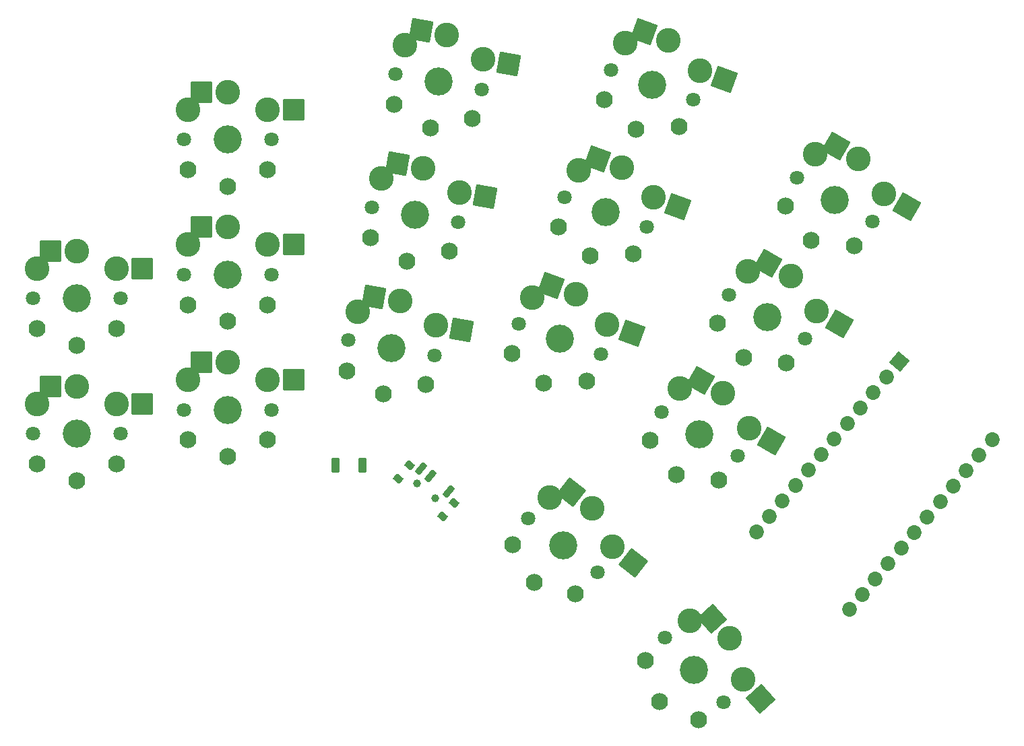
<source format=gbr>
%TF.GenerationSoftware,KiCad,Pcbnew,(6.0.5)*%
%TF.CreationDate,2022-05-06T01:30:31+03:00*%
%TF.ProjectId,main,6d61696e-2e6b-4696-9361-645f70636258,v1.0.0*%
%TF.SameCoordinates,Original*%
%TF.FileFunction,Soldermask,Bot*%
%TF.FilePolarity,Negative*%
%FSLAX46Y46*%
G04 Gerber Fmt 4.6, Leading zero omitted, Abs format (unit mm)*
G04 Created by KiCad (PCBNEW (6.0.5)) date 2022-05-06 01:30:31*
%MOMM*%
%LPD*%
G01*
G04 APERTURE LIST*
G04 Aperture macros list*
%AMRoundRect*
0 Rectangle with rounded corners*
0 $1 Rounding radius*
0 $2 $3 $4 $5 $6 $7 $8 $9 X,Y pos of 4 corners*
0 Add a 4 corners polygon primitive as box body*
4,1,4,$2,$3,$4,$5,$6,$7,$8,$9,$2,$3,0*
0 Add four circle primitives for the rounded corners*
1,1,$1+$1,$2,$3*
1,1,$1+$1,$4,$5*
1,1,$1+$1,$6,$7*
1,1,$1+$1,$8,$9*
0 Add four rect primitives between the rounded corners*
20,1,$1+$1,$2,$3,$4,$5,0*
20,1,$1+$1,$4,$5,$6,$7,0*
20,1,$1+$1,$6,$7,$8,$9,0*
20,1,$1+$1,$8,$9,$2,$3,0*%
G04 Aperture macros list end*
%ADD10C,3.529000*%
%ADD11C,1.801800*%
%ADD12C,3.100000*%
%ADD13RoundRect,0.050000X-1.300000X-1.300000X1.300000X-1.300000X1.300000X1.300000X-1.300000X1.300000X0*%
%ADD14C,2.132000*%
%ADD15RoundRect,0.050000X-1.505993X-1.054507X1.054507X-1.505993X1.505993X1.054507X-1.054507X1.505993X0*%
%ADD16RoundRect,0.050000X-1.666227X-0.776974X0.776974X-1.666227X1.666227X0.776974X-0.776974X1.666227X0*%
%ADD17RoundRect,0.050000X-1.775833X-0.475833X0.475833X-1.775833X1.775833X0.475833X-0.475833X1.775833X0*%
%ADD18RoundRect,0.050000X-1.824774X-0.224054X0.224054X-1.824774X1.824774X0.224054X-0.224054X1.824774X0*%
%ADD19RoundRect,0.050000X-1.835958X0.096218X-0.096218X-1.835958X1.835958X-0.096218X0.096218X1.835958X0*%
%ADD20C,1.852600*%
%ADD21RoundRect,0.050000X-0.108010X1.234560X-1.234560X-0.108010X0.108010X-1.234560X1.234560X0.108010X0*%
%ADD22C,1.000000*%
%ADD23RoundRect,0.050000X-0.750206X-0.349558X-0.213975X-0.799509X0.750206X0.349558X0.213975X0.799509X0*%
%ADD24RoundRect,0.050000X-0.640137X0.014976X0.125907X-0.627812X0.640137X-0.014976X-0.125907X0.627812X0*%
%ADD25RoundRect,0.050000X-0.450000X-0.850000X0.450000X-0.850000X0.450000X0.850000X-0.450000X0.850000X0*%
G04 APERTURE END LIST*
D10*
%TO.C,S1*%
X184220000Y-140774872D03*
D11*
X189720000Y-140774872D03*
X178720000Y-140774872D03*
D12*
X189220000Y-137024872D03*
X184220000Y-134824872D03*
D13*
X180945000Y-134824872D03*
X192495000Y-137024872D03*
D12*
X179220000Y-137024872D03*
X184220000Y-134824872D03*
%TD*%
D10*
%TO.C,S2*%
X184220000Y-140774872D03*
D11*
X178720000Y-140774872D03*
X189720000Y-140774872D03*
D14*
X179220000Y-144574872D03*
X184220000Y-146674872D03*
X189220000Y-144574872D03*
X184220000Y-146674872D03*
%TD*%
D10*
%TO.C,S3*%
X184220000Y-123774872D03*
D11*
X189720000Y-123774872D03*
X178720000Y-123774872D03*
D12*
X189220000Y-120024872D03*
X184220000Y-117824872D03*
D13*
X180945000Y-117824872D03*
X192495000Y-120024872D03*
D12*
X179220000Y-120024872D03*
X184220000Y-117824872D03*
%TD*%
D10*
%TO.C,S4*%
X184220000Y-123774872D03*
D11*
X178720000Y-123774872D03*
X189720000Y-123774872D03*
D14*
X179220000Y-127574872D03*
X184220000Y-129674872D03*
X189220000Y-127574872D03*
X184220000Y-129674872D03*
%TD*%
D10*
%TO.C,S5*%
X203220000Y-137774872D03*
D11*
X208720000Y-137774872D03*
X197720000Y-137774872D03*
D12*
X208220000Y-134024872D03*
X203220000Y-131824872D03*
D13*
X199945000Y-131824872D03*
X211495000Y-134024872D03*
D12*
X198220000Y-134024872D03*
X203220000Y-131824872D03*
%TD*%
D10*
%TO.C,S6*%
X203220000Y-137774872D03*
D11*
X197720000Y-137774872D03*
X208720000Y-137774872D03*
D14*
X198220000Y-141574872D03*
X203220000Y-143674872D03*
X208220000Y-141574872D03*
X203220000Y-143674872D03*
%TD*%
D10*
%TO.C,S7*%
X203220000Y-120774872D03*
D11*
X208720000Y-120774872D03*
X197720000Y-120774872D03*
D12*
X208220000Y-117024872D03*
X203220000Y-114824872D03*
D13*
X199945000Y-114824872D03*
X211495000Y-117024872D03*
D12*
X198220000Y-117024872D03*
X203220000Y-114824872D03*
%TD*%
D10*
%TO.C,S8*%
X203220000Y-120774872D03*
D11*
X197720000Y-120774872D03*
X208720000Y-120774872D03*
D14*
X198220000Y-124574872D03*
X203220000Y-126674872D03*
X208220000Y-124574872D03*
X203220000Y-126674872D03*
%TD*%
D10*
%TO.C,S9*%
X203220000Y-103774872D03*
D11*
X208720000Y-103774872D03*
X197720000Y-103774872D03*
D12*
X208220000Y-100024872D03*
X203220000Y-97824872D03*
D13*
X199945000Y-97824872D03*
X211495000Y-100024872D03*
D12*
X198220000Y-100024872D03*
X203220000Y-97824872D03*
%TD*%
D10*
%TO.C,S10*%
X203220000Y-103774872D03*
D11*
X197720000Y-103774872D03*
X208720000Y-103774872D03*
D14*
X198220000Y-107574872D03*
X203220000Y-109674872D03*
X208220000Y-107574872D03*
X203220000Y-109674872D03*
%TD*%
D10*
%TO.C,S11*%
X223824723Y-130002756D03*
D11*
X229241166Y-130957821D03*
X218408280Y-129047691D03*
D12*
X229399942Y-127177968D03*
X224857930Y-124143150D03*
D15*
X221632684Y-123574452D03*
X232625188Y-127746666D03*
D12*
X219551865Y-125441486D03*
X224857930Y-124143150D03*
%TD*%
D10*
%TO.C,S12*%
X223824723Y-130002756D03*
D11*
X218408280Y-129047691D03*
X229241166Y-130957821D03*
D14*
X218240821Y-132876785D03*
X222800199Y-135813122D03*
X228088899Y-134613266D03*
X222800199Y-135813122D03*
%TD*%
D10*
%TO.C,S13*%
X226776742Y-113261024D03*
D11*
X232193185Y-114216089D03*
X221360299Y-112305959D03*
D12*
X232351961Y-110436236D03*
X227809949Y-107401418D03*
D15*
X224584703Y-106832720D03*
X235577207Y-111004934D03*
D12*
X222503884Y-108699754D03*
X227809949Y-107401418D03*
%TD*%
D10*
%TO.C,S14*%
X226776742Y-113261024D03*
D11*
X221360299Y-112305959D03*
X232193185Y-114216089D03*
D14*
X221192840Y-116135053D03*
X225752218Y-119071390D03*
X231040918Y-117871534D03*
X225752218Y-119071390D03*
%TD*%
D10*
%TO.C,S15*%
X229728761Y-96519292D03*
D11*
X235145204Y-97474357D03*
X224312318Y-95564227D03*
D12*
X235303980Y-93694504D03*
X230761968Y-90659686D03*
D15*
X227536722Y-90090988D03*
X238529226Y-94263202D03*
D12*
X225455903Y-91958022D03*
X230761968Y-90659686D03*
%TD*%
D10*
%TO.C,S16*%
X229728761Y-96519292D03*
D11*
X224312318Y-95564227D03*
X235145204Y-97474357D03*
D14*
X224144859Y-99393321D03*
X228704237Y-102329658D03*
X233992937Y-101129802D03*
X228704237Y-102329658D03*
%TD*%
D10*
%TO.C,S17*%
X244945083Y-128881111D03*
D11*
X250113392Y-130762222D03*
X239776774Y-127000000D03*
D12*
X250926122Y-127067364D03*
X246980103Y-123289940D03*
D16*
X243902610Y-122169824D03*
X254003615Y-128187480D03*
D12*
X241529195Y-123647163D03*
X246980103Y-123289940D03*
%TD*%
D10*
%TO.C,S18*%
X244945083Y-128881111D03*
D11*
X239776774Y-127000000D03*
X250113392Y-130762222D03*
D14*
X238946943Y-130741842D03*
X242927164Y-134425297D03*
X248343870Y-134162044D03*
X242927164Y-134425297D03*
%TD*%
D10*
%TO.C,S19*%
X250759425Y-112906336D03*
D11*
X255927734Y-114787447D03*
X245591116Y-111025225D03*
D12*
X256740464Y-111092589D03*
X252794445Y-107315165D03*
D16*
X249716952Y-106195049D03*
X259817957Y-112212705D03*
D12*
X247343537Y-107672388D03*
X252794445Y-107315165D03*
%TD*%
D10*
%TO.C,S20*%
X250759425Y-112906336D03*
D11*
X245591116Y-111025225D03*
X255927734Y-114787447D03*
D14*
X244761285Y-114767067D03*
X248741506Y-118450522D03*
X254158212Y-118187269D03*
X248741506Y-118450522D03*
%TD*%
D10*
%TO.C,S21*%
X256573767Y-96931562D03*
D11*
X261742076Y-98812673D03*
X251405458Y-95050451D03*
D12*
X262554806Y-95117815D03*
X258608787Y-91340391D03*
D16*
X255531294Y-90220275D03*
X265632299Y-96237931D03*
D12*
X253157879Y-91697614D03*
X258608787Y-91340391D03*
%TD*%
D10*
%TO.C,S22*%
X256573767Y-96931562D03*
D11*
X251405458Y-95050451D03*
X261742076Y-98812673D03*
D14*
X250575627Y-98792293D03*
X254555848Y-102475748D03*
X259972554Y-102212495D03*
X254555848Y-102475748D03*
%TD*%
D10*
%TO.C,S23*%
X262519147Y-140840945D03*
D11*
X267282287Y-143590945D03*
X257756007Y-138090945D03*
D12*
X268724274Y-140093350D03*
X265494147Y-135688094D03*
D17*
X262657914Y-134050594D03*
X271560507Y-141730850D03*
D12*
X260064020Y-135093350D03*
X265494147Y-135688094D03*
%TD*%
D10*
%TO.C,S24*%
X262519147Y-140840945D03*
D11*
X257756007Y-138090945D03*
X267282287Y-143590945D03*
D14*
X256289020Y-141631842D03*
X259569147Y-145950495D03*
X264949274Y-146631842D03*
X259569147Y-145950495D03*
%TD*%
D12*
%TO.C,S25*%
X273994147Y-120965662D03*
X268564020Y-120370918D03*
D17*
X280060507Y-127008418D03*
X271157914Y-119328162D03*
D12*
X273994147Y-120965662D03*
X277224274Y-125370918D03*
D11*
X266256007Y-123368513D03*
X275782287Y-128868513D03*
D10*
X271019147Y-126118513D03*
%TD*%
D14*
%TO.C,S26*%
X268069147Y-131228063D03*
X273449274Y-131909410D03*
X268069147Y-131228063D03*
X264789020Y-126909410D03*
D11*
X275782287Y-128868513D03*
X266256007Y-123368513D03*
D10*
X271019147Y-126118513D03*
%TD*%
D12*
%TO.C,S27*%
X282494147Y-106243230D03*
X277064020Y-105648486D03*
D17*
X288560507Y-112285986D03*
X279657914Y-104605730D03*
D12*
X282494147Y-106243230D03*
X285724274Y-110648486D03*
D11*
X274756007Y-108646081D03*
X284282287Y-114146081D03*
D10*
X279519147Y-111396081D03*
%TD*%
D14*
%TO.C,S28*%
X276569147Y-116505631D03*
X281949274Y-117186978D03*
X276569147Y-116505631D03*
X273289020Y-112186978D03*
D11*
X284282287Y-114146081D03*
X274756007Y-108646081D03*
D10*
X279519147Y-111396081D03*
%TD*%
%TO.C,S29*%
X245349199Y-154856582D03*
D11*
X249683258Y-158242720D03*
X241015140Y-151470444D03*
D12*
X251597983Y-154979849D03*
X249012385Y-150167918D03*
D18*
X246431650Y-148151627D03*
X254178719Y-156996140D03*
D12*
X243717876Y-148823234D03*
X249012385Y-150167918D03*
%TD*%
D10*
%TO.C,S30*%
X245349199Y-154856582D03*
D11*
X241015140Y-151470444D03*
X249683258Y-158242720D03*
D14*
X239069632Y-154772715D03*
X241716796Y-159505845D03*
X246949739Y-160929330D03*
X241716796Y-159505845D03*
%TD*%
D10*
%TO.C,S31*%
X261844936Y-170507239D03*
D11*
X265525154Y-174594536D03*
X258164718Y-166419942D03*
D12*
X267977382Y-171713723D03*
X266266648Y-166525912D03*
D19*
X264075245Y-164092113D03*
X270168785Y-174147523D03*
D12*
X261286076Y-164282275D03*
X266266648Y-166525912D03*
%TD*%
D10*
%TO.C,S32*%
X261844936Y-170507239D03*
D11*
X258164718Y-166419942D03*
X265525154Y-174594536D03*
D14*
X255675333Y-169334211D03*
X257460382Y-174455110D03*
X262366639Y-176765659D03*
X257460382Y-174455110D03*
%TD*%
D20*
%TO.C,MCU1*%
X281337516Y-162919682D03*
X282970196Y-160973930D03*
X284602877Y-159028177D03*
X286235557Y-157082424D03*
X287868238Y-155136671D03*
X289500918Y-153190918D03*
X291133599Y-151245165D03*
X292766279Y-149299412D03*
X294398960Y-147353659D03*
X296031641Y-145407906D03*
X297664321Y-143462154D03*
X299297002Y-141516401D03*
X269662998Y-153123599D03*
X271295679Y-151177846D03*
X272928359Y-149232094D03*
X274561040Y-147286341D03*
X276193721Y-145340588D03*
X277826401Y-143394835D03*
X279459082Y-141449082D03*
X281091762Y-139503329D03*
X282724443Y-137557576D03*
X284357123Y-135611823D03*
X285989804Y-133666070D03*
D21*
X287622484Y-131720318D03*
%TD*%
D22*
%TO.C,*%
X226993501Y-147012302D03*
X229291635Y-148940665D03*
X226993501Y-147012302D03*
X229291635Y-148940665D03*
D23*
X230997474Y-148074518D03*
X228699341Y-146146155D03*
X227550274Y-145181973D03*
D24*
X230231564Y-151165307D03*
X224639440Y-146472958D03*
X226060000Y-144780000D03*
X231652125Y-149472349D03*
%TD*%
D25*
%TO.C,*%
X216740000Y-144780000D03*
X220140000Y-144780000D03*
%TD*%
M02*

</source>
